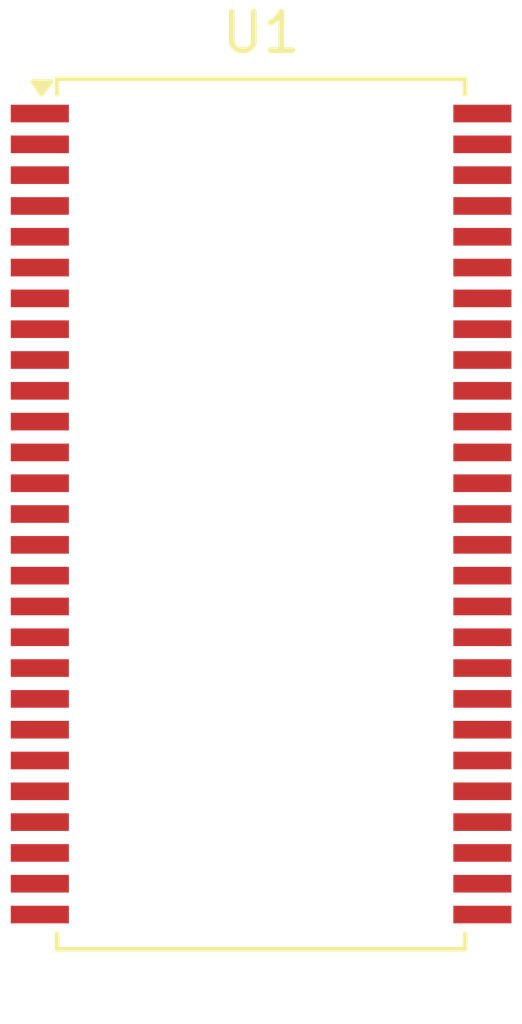
<source format=kicad_pcb>
(kicad_pcb (version 20240108) (generator "pcbnew") (generator_version "8.0")
  (layers (0 "F.Cu" signal) (31 "B.Cu" signal) (34 "B.Paste" user) (35 "F.Paste" user) (36 "B.SilkS" user "B.Silkscreen") (37 "F.SilkS" user "F.Silkscreen") (38 "B.Mask" user) (39 "F.Mask" user) (44 "Edge.Cuts" user))
  (net 0 "")
  (footprint "Package_SO:TSOP-II-54_22.2x10.16mm_P0.8mm" (layer "F.Cu") (at 113.25 93.1)
    (property "Reference" "U1" (at 0 -12.5 0) (layer "F.SilkS"))
    (property "Value" "~")
    (fp_line (start -5.3 -11.3) (end 5.3 -11.3) (stroke (width 0.12)) (layer "F.SilkS"))
    (fp_line (start -5.3 -10.9) (end -5.3 -11.3) (stroke (width 0.12)) (layer "F.SilkS"))
    (fp_line (start -5.3 10.9) (end -5.3 11.3) (stroke (width 0.12)) (layer "F.SilkS"))
    (fp_line (start -5.3 11.3) (end 5.3 11.3) (stroke (width 0.12)) (layer "F.SilkS"))
    (fp_line (start 5.3 -11.3) (end 5.3 -10.9) (stroke (width 0.12)) (layer "F.SilkS"))
    (fp_line (start 5.3 10.9) (end 5.3 11.3) (stroke (width 0.12)) (layer "F.SilkS"))
    (fp_poly (pts (xy -5.7 -10.9) (xy -5.94 -11.23) (xy -5.46 -11.23) (xy -5.7 -10.9)) (stroke (width 0.12)) (fill solid) (layer "F.SilkS"))
    (pad "1" smd rect (at -5.75 -10.4) (size 1.51 0.458) (layers "F.Cu" "F.Paste" "F.Mask"))
    (pad "2" smd rect (at -5.75 -9.6) (size 1.51 0.458) (layers "F.Cu" "F.Paste" "F.Mask"))
    (pad "3" smd rect (at -5.75 -8.8) (size 1.51 0.458) (layers "F.Cu" "F.Paste" "F.Mask"))
    (pad "4" smd rect (at -5.75 -8) (size 1.51 0.458) (layers "F.Cu" "F.Paste" "F.Mask"))
    (pad "5" smd rect (at -5.75 -7.2) (size 1.51 0.458) (layers "F.Cu" "F.Paste" "F.Mask"))
    (pad "6" smd rect (at -5.75 -6.4) (size 1.51 0.458) (layers "F.Cu" "F.Paste" "F.Mask"))
    (pad "7" smd rect (at -5.75 -5.6) (size 1.51 0.458) (layers "F.Cu" "F.Paste" "F.Mask"))
    (pad "8" smd rect (at -5.75 -4.8) (size 1.51 0.458) (layers "F.Cu" "F.Paste" "F.Mask"))
    (pad "9" smd rect (at -5.75 -4) (size 1.51 0.458) (layers "F.Cu" "F.Paste" "F.Mask"))
    (pad "10" smd rect (at -5.75 -3.2) (size 1.51 0.458) (layers "F.Cu" "F.Paste" "F.Mask"))
    (pad "11" smd rect (at -5.75 -2.4) (size 1.51 0.458) (layers "F.Cu" "F.Paste" "F.Mask"))
    (pad "12" smd rect (at -5.75 -1.6) (size 1.51 0.458) (layers "F.Cu" "F.Paste" "F.Mask"))
    (pad "13" smd rect (at -5.75 -0.8) (size 1.51 0.458) (layers "F.Cu" "F.Paste" "F.Mask"))
    (pad "14" smd rect (at -5.75 0) (size 1.51 0.458) (layers "F.Cu" "F.Paste" "F.Mask"))
    (pad "15" smd rect (at -5.75 0.8) (size 1.51 0.458) (layers "F.Cu" "F.Paste" "F.Mask"))
    (pad "16" smd rect (at -5.75 1.6) (size 1.51 0.458) (layers "F.Cu" "F.Paste" "F.Mask"))
    (pad "17" smd rect (at -5.75 2.4) (size 1.51 0.458) (layers "F.Cu" "F.Paste" "F.Mask"))
    (pad "18" smd rect (at -5.75 3.2) (size 1.51 0.458) (layers "F.Cu" "F.Paste" "F.Mask"))
    (pad "19" smd rect (at -5.75 4) (size 1.51 0.458) (layers "F.Cu" "F.Paste" "F.Mask"))
    (pad "20" smd rect (at -5.75 4.8) (size 1.51 0.458) (layers "F.Cu" "F.Paste" "F.Mask"))
    (pad "21" smd rect (at -5.75 5.6) (size 1.51 0.458) (layers "F.Cu" "F.Paste" "F.Mask"))
    (pad "22" smd rect (at -5.75 6.4) (size 1.51 0.458) (layers "F.Cu" "F.Paste" "F.Mask"))
    (pad "23" smd rect (at -5.75 7.2) (size 1.51 0.458) (layers "F.Cu" "F.Paste" "F.Mask"))
    (pad "24" smd rect (at -5.75 8) (size 1.51 0.458) (layers "F.Cu" "F.Paste" "F.Mask"))
    (pad "25" smd rect (at -5.75 8.8) (size 1.51 0.458) (layers "F.Cu" "F.Paste" "F.Mask"))
    (pad "26" smd rect (at -5.75 9.6) (size 1.51 0.458) (layers "F.Cu" "F.Paste" "F.Mask"))
    (pad "27" smd rect (at -5.75 10.4) (size 1.51 0.458) (layers "F.Cu" "F.Paste" "F.Mask"))
    (pad "28" smd rect (at 5.75 10.4) (size 1.51 0.458) (layers "F.Cu" "F.Paste" "F.Mask"))
    (pad "29" smd rect (at 5.75 9.6) (size 1.51 0.458) (layers "F.Cu" "F.Paste" "F.Mask"))
    (pad "30" smd rect (at 5.75 8.8) (size 1.51 0.458) (layers "F.Cu" "F.Paste" "F.Mask"))
    (pad "31" smd rect (at 5.75 8) (size 1.51 0.458) (layers "F.Cu" "F.Paste" "F.Mask"))
    (pad "32" smd rect (at 5.75 7.2) (size 1.51 0.458) (layers "F.Cu" "F.Paste" "F.Mask"))
    (pad "33" smd rect (at 5.75 6.4) (size 1.51 0.458) (layers "F.Cu" "F.Paste" "F.Mask"))
    (pad "34" smd rect (at 5.75 5.6) (size 1.51 0.458) (layers "F.Cu" "F.Paste" "F.Mask"))
    (pad "35" smd rect (at 5.75 4.8) (size 1.51 0.458) (layers "F.Cu" "F.Paste" "F.Mask"))
    (pad "36" smd rect (at 5.75 4) (size 1.51 0.458) (layers "F.Cu" "F.Paste" "F.Mask"))
    (pad "37" smd rect (at 5.75 3.2) (size 1.51 0.458) (layers "F.Cu" "F.Paste" "F.Mask"))
    (pad "38" smd rect (at 5.75 2.4) (size 1.51 0.458) (layers "F.Cu" "F.Paste" "F.Mask"))
    (pad "39" smd rect (at 5.75 1.6) (size 1.51 0.458) (layers "F.Cu" "F.Paste" "F.Mask"))
    (pad "40" smd rect (at 5.75 0.8) (size 1.51 0.458) (layers "F.Cu" "F.Paste" "F.Mask"))
    (pad "41" smd rect (at 5.75 0) (size 1.51 0.458) (layers "F.Cu" "F.Paste" "F.Mask"))
    (pad "42" smd rect (at 5.75 -0.8) (size 1.51 0.458) (layers "F.Cu" "F.Paste" "F.Mask"))
    (pad "43" smd rect (at 5.75 -1.6) (size 1.51 0.458) (layers "F.Cu" "F.Paste" "F.Mask"))
    (pad "44" smd rect (at 5.75 -2.4) (size 1.51 0.458) (layers "F.Cu" "F.Paste" "F.Mask"))
    (pad "45" smd rect (at 5.75 -3.2) (size 1.51 0.458) (layers "F.Cu" "F.Paste" "F.Mask"))
    (pad "46" smd rect (at 5.75 -4) (size 1.51 0.458) (layers "F.Cu" "F.Paste" "F.Mask"))
    (pad "47" smd rect (at 5.75 -4.8) (size 1.51 0.458) (layers "F.Cu" "F.Paste" "F.Mask"))
    (pad "48" smd rect (at 5.75 -5.6) (size 1.51 0.458) (layers "F.Cu" "F.Paste" "F.Mask"))
    (pad "49" smd rect (at 5.75 -6.4) (size 1.51 0.458) (layers "F.Cu" "F.Paste" "F.Mask"))
    (pad "50" smd rect (at 5.75 -7.2) (size 1.51 0.458) (layers "F.Cu" "F.Paste" "F.Mask"))
    (pad "51" smd rect (at 5.75 -8) (size 1.51 0.458) (layers "F.Cu" "F.Paste" "F.Mask"))
    (pad "52" smd rect (at 5.75 -8.8) (size 1.51 0.458) (layers "F.Cu" "F.Paste" "F.Mask"))
    (pad "53" smd rect (at 5.75 -9.6) (size 1.51 0.458) (layers "F.Cu" "F.Paste" "F.Mask"))
    (pad "54" smd rect (at 5.75 -10.4) (size 1.51 0.458) (layers "F.Cu" "F.Paste" "F.Mask"))
  )
)
</source>
